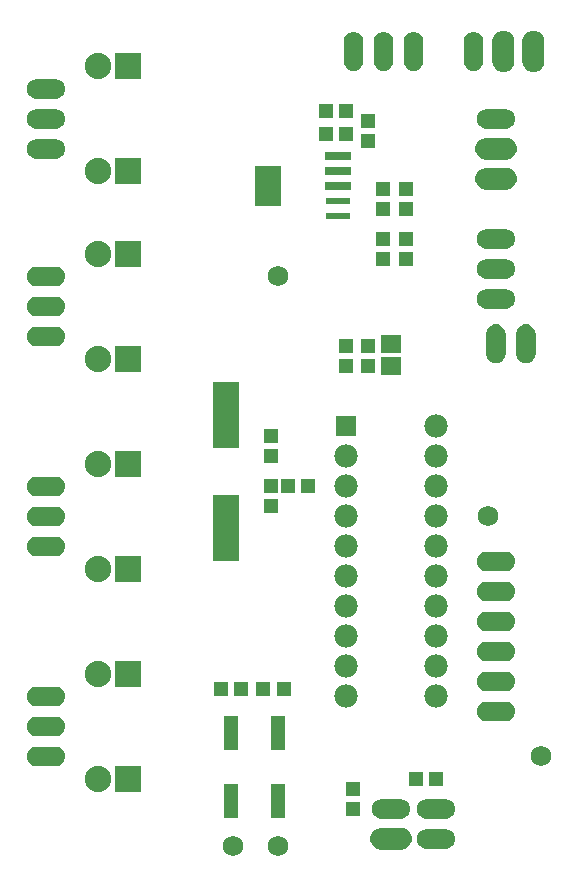
<source format=gts>
G04 DipTrace 2.3.1.0*
%INTopMask.gbr*%
%MOIN*%
%ADD33R,0.0787X0.0236*%
%ADD40R,0.0867X0.2245*%
%ADD42R,0.0867X0.134*%
%ADD44R,0.0867X0.0316*%
%ADD46C,0.078*%
%ADD48R,0.0671X0.0671*%
%ADD50C,0.068*%
%ADD54R,0.088X0.088*%
%ADD56C,0.088*%
%ADD60R,0.0513X0.0474*%
%ADD62R,0.0474X0.0513*%
%ADD64R,0.0671X0.0592*%
%ADD66R,0.0474X0.1163*%
%FSLAX44Y44*%
G04*
G70*
G90*
G75*
G01*
%LNTopMask*%
%LPD*%
D66*
X14190Y6440D3*
Y8704D3*
X12615D3*
Y6440D3*
D64*
X17940Y20940D3*
Y21688D3*
D62*
X17190Y20940D3*
Y21609D3*
X16440Y20940D3*
Y21609D3*
D60*
X13690Y10190D3*
X14359D3*
D62*
X13940Y16940D3*
Y16271D3*
Y17940D3*
Y18609D3*
X17690Y26190D3*
Y26859D3*
X18440Y26190D3*
Y26859D3*
Y25190D3*
Y24521D3*
X17190Y28440D3*
Y29109D3*
D56*
X8190Y7190D3*
D54*
X9190D3*
D56*
X8190Y10690D3*
D54*
X9190D3*
D56*
X8190Y14190D3*
D54*
X9190D3*
D56*
X8190Y17690D3*
D54*
X9190D3*
D56*
X8190Y21190D3*
D54*
X9190D3*
D56*
X8190Y24690D3*
D54*
X9190D3*
D56*
X8190Y27440D3*
D54*
X9190D3*
D56*
X8190Y30940D3*
D54*
X9190D3*
D60*
X19440Y7190D3*
X18771D3*
D62*
X16690Y6190D3*
Y6859D3*
D60*
X12940Y10190D3*
X12271D3*
X15190Y16940D3*
X14521D3*
X16440Y28690D3*
X15771D3*
D62*
X17690Y25190D3*
Y24521D3*
D60*
X15771Y29440D3*
X16440D3*
D50*
X21190Y15940D3*
X12690Y4940D3*
X14190D3*
X22940Y7940D3*
X14190Y23940D3*
G36*
X20364Y31766D2*
X20384Y31877D1*
X20440Y31975D1*
X20527Y32048D1*
X20633Y32087D1*
X20746D1*
X20853Y32048D1*
X20940Y31976D1*
X20996Y31878D1*
X21016Y31766D1*
Y31114D1*
X20996Y31003D1*
X20940Y30905D1*
X20853Y30832D1*
X20747Y30793D1*
X20634D1*
X20527Y30832D1*
X20440Y30904D1*
X20384Y31002D1*
X20364Y31114D1*
Y31766D1*
G37*
G36*
X21324Y31769D2*
X21345Y31891D1*
X21409Y32001D1*
X21506Y32083D1*
X21626Y32127D1*
X21753D1*
X21873Y32084D1*
X21971Y32002D1*
X22034Y31892D1*
X22056Y31770D1*
Y31111D1*
X22035Y30989D1*
X21971Y30879D1*
X21874Y30797D1*
X21754Y30753D1*
X21627D1*
X21507Y30796D1*
X21409Y30878D1*
X21346Y30988D1*
X21324Y31110D1*
Y31769D1*
G37*
G36*
X22324D2*
X22345Y31891D1*
X22409Y32001D1*
X22506Y32083D1*
X22626Y32127D1*
X22753D1*
X22873Y32084D1*
X22971Y32002D1*
X23034Y31892D1*
X23056Y31770D1*
Y31111D1*
X23035Y30989D1*
X22971Y30879D1*
X22874Y30797D1*
X22754Y30753D1*
X22627D1*
X22507Y30796D1*
X22409Y30878D1*
X22346Y30988D1*
X22324Y31110D1*
Y31769D1*
G37*
G36*
X16364Y31766D2*
X16384Y31877D1*
X16440Y31975D1*
X16527Y32048D1*
X16633Y32087D1*
X16746D1*
X16853Y32048D1*
X16940Y31976D1*
X16996Y31878D1*
X17016Y31766D1*
Y31114D1*
X16996Y31003D1*
X16940Y30905D1*
X16853Y30832D1*
X16747Y30793D1*
X16634D1*
X16527Y30832D1*
X16440Y30904D1*
X16384Y31002D1*
X16364Y31114D1*
Y31766D1*
G37*
G36*
X17364D2*
X17384Y31877D1*
X17440Y31975D1*
X17527Y32048D1*
X17633Y32087D1*
X17746D1*
X17853Y32048D1*
X17940Y31976D1*
X17996Y31878D1*
X18016Y31766D1*
Y31114D1*
X17996Y31003D1*
X17940Y30905D1*
X17853Y30832D1*
X17747Y30793D1*
X17634D1*
X17527Y30832D1*
X17440Y30904D1*
X17384Y31002D1*
X17364Y31114D1*
Y31766D1*
G37*
G36*
X18364D2*
X18384Y31877D1*
X18440Y31975D1*
X18527Y32048D1*
X18633Y32087D1*
X18746D1*
X18853Y32048D1*
X18940Y31976D1*
X18996Y31878D1*
X19016Y31766D1*
Y31114D1*
X18996Y31003D1*
X18940Y30905D1*
X18853Y30832D1*
X18747Y30793D1*
X18634D1*
X18527Y30832D1*
X18440Y30904D1*
X18384Y31002D1*
X18364Y31114D1*
Y31766D1*
G37*
G36*
X19114Y4864D2*
X19003Y4884D1*
X18905Y4940D1*
X18832Y5027D1*
X18793Y5133D1*
Y5246D1*
X18832Y5353D1*
X18904Y5440D1*
X19002Y5496D1*
X19114Y5516D1*
X19766D1*
X19877Y5496D1*
X19975Y5440D1*
X20048Y5353D1*
X20087Y5247D1*
Y5134D1*
X20048Y5027D1*
X19976Y4940D1*
X19878Y4884D1*
X19766Y4864D1*
X19114D1*
G37*
G36*
Y5864D2*
X19003Y5884D1*
X18905Y5940D1*
X18832Y6027D1*
X18793Y6133D1*
Y6246D1*
X18832Y6353D1*
X18904Y6440D1*
X19002Y6496D1*
X19114Y6516D1*
X19766D1*
X19877Y6496D1*
X19975Y6440D1*
X20048Y6353D1*
X20087Y6247D1*
Y6134D1*
X20048Y6027D1*
X19976Y5940D1*
X19878Y5884D1*
X19766Y5864D1*
X19114D1*
G37*
G36*
X18266Y6516D2*
X18377Y6496D1*
X18475Y6440D1*
X18548Y6353D1*
X18587Y6247D1*
Y6134D1*
X18548Y6027D1*
X18476Y5940D1*
X18378Y5884D1*
X18266Y5864D1*
X17614D1*
X17503Y5884D1*
X17405Y5940D1*
X17332Y6027D1*
X17293Y6133D1*
Y6246D1*
X17332Y6353D1*
X17404Y6440D1*
X17502Y6496D1*
X17614Y6516D1*
X18266D1*
G37*
G36*
X18269Y5556D2*
X18391Y5535D1*
X18501Y5471D1*
X18583Y5374D1*
X18627Y5254D1*
Y5127D1*
X18584Y5007D1*
X18502Y4909D1*
X18392Y4846D1*
X18270Y4824D1*
X17611D1*
X17489Y4845D1*
X17379Y4909D1*
X17297Y5006D1*
X17253Y5126D1*
Y5253D1*
X17296Y5373D1*
X17378Y5471D1*
X17488Y5534D1*
X17610Y5556D1*
X18269D1*
G37*
G36*
X21766Y29516D2*
X21877Y29496D1*
X21975Y29440D1*
X22048Y29353D1*
X22087Y29247D1*
Y29134D1*
X22048Y29027D1*
X21976Y28940D1*
X21878Y28884D1*
X21766Y28864D1*
X21114D1*
X21003Y28884D1*
X20905Y28940D1*
X20832Y29027D1*
X20793Y29133D1*
Y29246D1*
X20832Y29353D1*
X20904Y29440D1*
X21002Y29496D1*
X21114Y29516D1*
X21766D1*
G37*
G36*
X21769Y28556D2*
X21891Y28535D1*
X22001Y28471D1*
X22083Y28374D1*
X22127Y28254D1*
Y28127D1*
X22084Y28007D1*
X22002Y27909D1*
X21892Y27846D1*
X21770Y27824D1*
X21111D1*
X20989Y27845D1*
X20879Y27909D1*
X20797Y28006D1*
X20753Y28126D1*
Y28253D1*
X20796Y28373D1*
X20878Y28471D1*
X20988Y28534D1*
X21110Y28556D1*
X21769D1*
G37*
G36*
Y27556D2*
X21891Y27535D1*
X22001Y27471D1*
X22083Y27374D1*
X22127Y27254D1*
Y27127D1*
X22084Y27007D1*
X22002Y26909D1*
X21892Y26846D1*
X21770Y26824D1*
X21111D1*
X20989Y26845D1*
X20879Y26909D1*
X20797Y27006D1*
X20753Y27126D1*
Y27253D1*
X20796Y27373D1*
X20878Y27471D1*
X20988Y27534D1*
X21110Y27556D1*
X21769D1*
G37*
G36*
X22766Y21364D2*
X22746Y21253D1*
X22690Y21155D1*
X22603Y21082D1*
X22497Y21043D1*
X22384D1*
X22277Y21082D1*
X22190Y21154D1*
X22134Y21252D1*
X22114Y21364D1*
Y22016D1*
X22134Y22127D1*
X22190Y22225D1*
X22277Y22298D1*
X22383Y22337D1*
X22496D1*
X22603Y22298D1*
X22690Y22226D1*
X22746Y22128D1*
X22766Y22016D1*
Y21364D1*
G37*
G36*
X21766D2*
X21746Y21253D1*
X21690Y21155D1*
X21603Y21082D1*
X21497Y21043D1*
X21384D1*
X21277Y21082D1*
X21190Y21154D1*
X21134Y21252D1*
X21114Y21364D1*
Y22016D1*
X21134Y22127D1*
X21190Y22225D1*
X21277Y22298D1*
X21383Y22337D1*
X21496D1*
X21603Y22298D1*
X21690Y22226D1*
X21746Y22128D1*
X21766Y22016D1*
Y21364D1*
G37*
G36*
Y25516D2*
X21877Y25496D1*
X21975Y25440D1*
X22048Y25353D1*
X22087Y25247D1*
Y25134D1*
X22048Y25027D1*
X21976Y24940D1*
X21878Y24884D1*
X21766Y24864D1*
X21114D1*
X21003Y24884D1*
X20905Y24940D1*
X20832Y25027D1*
X20793Y25133D1*
Y25246D1*
X20832Y25353D1*
X20904Y25440D1*
X21002Y25496D1*
X21114Y25516D1*
X21766D1*
G37*
G36*
Y24516D2*
X21877Y24496D1*
X21975Y24440D1*
X22048Y24353D1*
X22087Y24247D1*
Y24134D1*
X22048Y24027D1*
X21976Y23940D1*
X21878Y23884D1*
X21766Y23864D1*
X21114D1*
X21003Y23884D1*
X20905Y23940D1*
X20832Y24027D1*
X20793Y24133D1*
Y24246D1*
X20832Y24353D1*
X20904Y24440D1*
X21002Y24496D1*
X21114Y24516D1*
X21766D1*
G37*
G36*
Y23516D2*
X21877Y23496D1*
X21975Y23440D1*
X22048Y23353D1*
X22087Y23247D1*
Y23134D1*
X22048Y23027D1*
X21976Y22940D1*
X21878Y22884D1*
X21766Y22864D1*
X21114D1*
X21003Y22884D1*
X20905Y22940D1*
X20832Y23027D1*
X20793Y23133D1*
Y23246D1*
X20832Y23353D1*
X20904Y23440D1*
X21002Y23496D1*
X21114Y23516D1*
X21766D1*
G37*
D48*
X16440Y18940D3*
D46*
Y17940D3*
Y16940D3*
Y15940D3*
Y14940D3*
Y13940D3*
Y12940D3*
Y11940D3*
Y10940D3*
Y9940D3*
X19432Y18940D3*
Y17940D3*
Y16940D3*
Y15940D3*
Y14940D3*
Y13940D3*
Y12940D3*
Y11940D3*
Y10940D3*
Y9940D3*
G36*
X21766Y14766D2*
X21877Y14746D1*
X21975Y14690D1*
X22048Y14603D1*
X22087Y14497D1*
Y14384D1*
X22048Y14277D1*
X21976Y14190D1*
X21878Y14134D1*
X21766Y14114D1*
X21114D1*
X21003Y14134D1*
X20905Y14190D1*
X20832Y14277D1*
X20793Y14383D1*
Y14496D1*
X20832Y14603D1*
X20904Y14690D1*
X21002Y14746D1*
X21114Y14766D1*
X21766D1*
G37*
G36*
Y13766D2*
X21877Y13746D1*
X21975Y13690D1*
X22048Y13603D1*
X22087Y13497D1*
Y13384D1*
X22048Y13277D1*
X21976Y13190D1*
X21878Y13134D1*
X21766Y13114D1*
X21114D1*
X21003Y13134D1*
X20905Y13190D1*
X20832Y13277D1*
X20793Y13383D1*
Y13496D1*
X20832Y13603D1*
X20904Y13690D1*
X21002Y13746D1*
X21114Y13766D1*
X21766D1*
G37*
G36*
Y12766D2*
X21877Y12746D1*
X21975Y12690D1*
X22048Y12603D1*
X22087Y12497D1*
Y12384D1*
X22048Y12277D1*
X21976Y12190D1*
X21878Y12134D1*
X21766Y12114D1*
X21114D1*
X21003Y12134D1*
X20905Y12190D1*
X20832Y12277D1*
X20793Y12383D1*
Y12496D1*
X20832Y12603D1*
X20904Y12690D1*
X21002Y12746D1*
X21114Y12766D1*
X21766D1*
G37*
G36*
Y11766D2*
X21877Y11746D1*
X21975Y11690D1*
X22048Y11603D1*
X22087Y11497D1*
Y11384D1*
X22048Y11277D1*
X21976Y11190D1*
X21878Y11134D1*
X21766Y11114D1*
X21114D1*
X21003Y11134D1*
X20905Y11190D1*
X20832Y11277D1*
X20793Y11383D1*
Y11496D1*
X20832Y11603D1*
X20904Y11690D1*
X21002Y11746D1*
X21114Y11766D1*
X21766D1*
G37*
G36*
Y10766D2*
X21877Y10746D1*
X21975Y10690D1*
X22048Y10603D1*
X22087Y10497D1*
Y10384D1*
X22048Y10277D1*
X21976Y10190D1*
X21878Y10134D1*
X21766Y10114D1*
X21114D1*
X21003Y10134D1*
X20905Y10190D1*
X20832Y10277D1*
X20793Y10383D1*
Y10496D1*
X20832Y10603D1*
X20904Y10690D1*
X21002Y10746D1*
X21114Y10766D1*
X21766D1*
G37*
G36*
Y9766D2*
X21877Y9746D1*
X21975Y9690D1*
X22048Y9603D1*
X22087Y9497D1*
Y9384D1*
X22048Y9277D1*
X21976Y9190D1*
X21878Y9134D1*
X21766Y9114D1*
X21114D1*
X21003Y9134D1*
X20905Y9190D1*
X20832Y9277D1*
X20793Y9383D1*
Y9496D1*
X20832Y9603D1*
X20904Y9690D1*
X21002Y9746D1*
X21114Y9766D1*
X21766D1*
G37*
D33*
X16190Y25940D3*
Y26440D3*
D44*
Y26940D3*
Y27440D3*
Y27940D3*
D42*
X13828Y26940D3*
G36*
X6114Y7614D2*
X6003Y7634D1*
X5905Y7690D1*
X5832Y7777D1*
X5793Y7883D1*
Y7996D1*
X5832Y8103D1*
X5904Y8190D1*
X6002Y8246D1*
X6114Y8266D1*
X6766D1*
X6877Y8246D1*
X6975Y8190D1*
X7048Y8103D1*
X7087Y7997D1*
Y7884D1*
X7048Y7777D1*
X6976Y7690D1*
X6878Y7634D1*
X6766Y7614D1*
X6114D1*
G37*
G36*
Y8614D2*
X6003Y8634D1*
X5905Y8690D1*
X5832Y8777D1*
X5793Y8883D1*
Y8996D1*
X5832Y9103D1*
X5904Y9190D1*
X6002Y9246D1*
X6114Y9266D1*
X6766D1*
X6877Y9246D1*
X6975Y9190D1*
X7048Y9103D1*
X7087Y8997D1*
Y8884D1*
X7048Y8777D1*
X6976Y8690D1*
X6878Y8634D1*
X6766Y8614D1*
X6114D1*
G37*
G36*
Y9614D2*
X6003Y9634D1*
X5905Y9690D1*
X5832Y9777D1*
X5793Y9883D1*
Y9996D1*
X5832Y10103D1*
X5904Y10190D1*
X6002Y10246D1*
X6114Y10266D1*
X6766D1*
X6877Y10246D1*
X6975Y10190D1*
X7048Y10103D1*
X7087Y9997D1*
Y9884D1*
X7048Y9777D1*
X6976Y9690D1*
X6878Y9634D1*
X6766Y9614D1*
X6114D1*
G37*
G36*
Y14614D2*
X6003Y14634D1*
X5905Y14690D1*
X5832Y14777D1*
X5793Y14883D1*
Y14996D1*
X5832Y15103D1*
X5904Y15190D1*
X6002Y15246D1*
X6114Y15266D1*
X6766D1*
X6877Y15246D1*
X6975Y15190D1*
X7048Y15103D1*
X7087Y14997D1*
Y14884D1*
X7048Y14777D1*
X6976Y14690D1*
X6878Y14634D1*
X6766Y14614D1*
X6114D1*
G37*
G36*
Y15614D2*
X6003Y15634D1*
X5905Y15690D1*
X5832Y15777D1*
X5793Y15883D1*
Y15996D1*
X5832Y16103D1*
X5904Y16190D1*
X6002Y16246D1*
X6114Y16266D1*
X6766D1*
X6877Y16246D1*
X6975Y16190D1*
X7048Y16103D1*
X7087Y15997D1*
Y15884D1*
X7048Y15777D1*
X6976Y15690D1*
X6878Y15634D1*
X6766Y15614D1*
X6114D1*
G37*
G36*
Y16614D2*
X6003Y16634D1*
X5905Y16690D1*
X5832Y16777D1*
X5793Y16883D1*
Y16996D1*
X5832Y17103D1*
X5904Y17190D1*
X6002Y17246D1*
X6114Y17266D1*
X6766D1*
X6877Y17246D1*
X6975Y17190D1*
X7048Y17103D1*
X7087Y16997D1*
Y16884D1*
X7048Y16777D1*
X6976Y16690D1*
X6878Y16634D1*
X6766Y16614D1*
X6114D1*
G37*
G36*
Y21614D2*
X6003Y21634D1*
X5905Y21690D1*
X5832Y21777D1*
X5793Y21883D1*
Y21996D1*
X5832Y22103D1*
X5904Y22190D1*
X6002Y22246D1*
X6114Y22266D1*
X6766D1*
X6877Y22246D1*
X6975Y22190D1*
X7048Y22103D1*
X7087Y21997D1*
Y21884D1*
X7048Y21777D1*
X6976Y21690D1*
X6878Y21634D1*
X6766Y21614D1*
X6114D1*
G37*
G36*
Y22614D2*
X6003Y22634D1*
X5905Y22690D1*
X5832Y22777D1*
X5793Y22883D1*
Y22996D1*
X5832Y23103D1*
X5904Y23190D1*
X6002Y23246D1*
X6114Y23266D1*
X6766D1*
X6877Y23246D1*
X6975Y23190D1*
X7048Y23103D1*
X7087Y22997D1*
Y22884D1*
X7048Y22777D1*
X6976Y22690D1*
X6878Y22634D1*
X6766Y22614D1*
X6114D1*
G37*
G36*
Y23614D2*
X6003Y23634D1*
X5905Y23690D1*
X5832Y23777D1*
X5793Y23883D1*
Y23996D1*
X5832Y24103D1*
X5904Y24190D1*
X6002Y24246D1*
X6114Y24266D1*
X6766D1*
X6877Y24246D1*
X6975Y24190D1*
X7048Y24103D1*
X7087Y23997D1*
Y23884D1*
X7048Y23777D1*
X6976Y23690D1*
X6878Y23634D1*
X6766Y23614D1*
X6114D1*
G37*
G36*
Y27864D2*
X6003Y27884D1*
X5905Y27940D1*
X5832Y28027D1*
X5793Y28133D1*
Y28246D1*
X5832Y28353D1*
X5904Y28440D1*
X6002Y28496D1*
X6114Y28516D1*
X6766D1*
X6877Y28496D1*
X6975Y28440D1*
X7048Y28353D1*
X7087Y28247D1*
Y28134D1*
X7048Y28027D1*
X6976Y27940D1*
X6878Y27884D1*
X6766Y27864D1*
X6114D1*
G37*
G36*
Y28864D2*
X6003Y28884D1*
X5905Y28940D1*
X5832Y29027D1*
X5793Y29133D1*
Y29246D1*
X5832Y29353D1*
X5904Y29440D1*
X6002Y29496D1*
X6114Y29516D1*
X6766D1*
X6877Y29496D1*
X6975Y29440D1*
X7048Y29353D1*
X7087Y29247D1*
Y29134D1*
X7048Y29027D1*
X6976Y28940D1*
X6878Y28884D1*
X6766Y28864D1*
X6114D1*
G37*
G36*
Y29864D2*
X6003Y29884D1*
X5905Y29940D1*
X5832Y30027D1*
X5793Y30133D1*
Y30246D1*
X5832Y30353D1*
X5904Y30440D1*
X6002Y30496D1*
X6114Y30516D1*
X6766D1*
X6877Y30496D1*
X6975Y30440D1*
X7048Y30353D1*
X7087Y30247D1*
Y30134D1*
X7048Y30027D1*
X6976Y29940D1*
X6878Y29884D1*
X6766Y29864D1*
X6114D1*
G37*
D40*
X12440Y15565D3*
Y19305D3*
M02*

</source>
